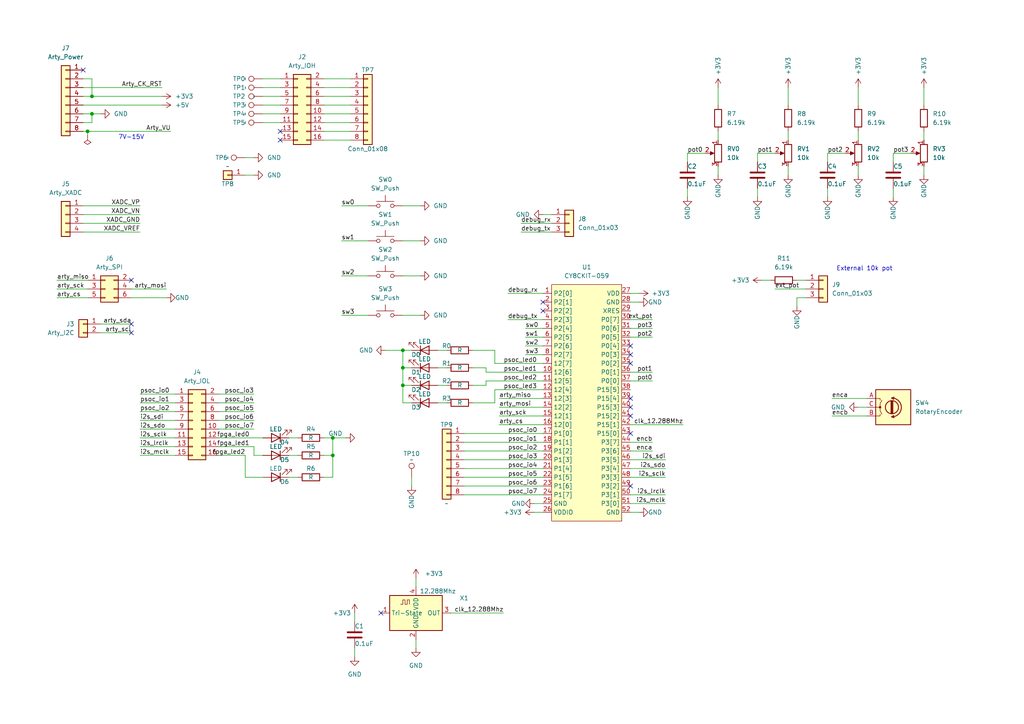
<source format=kicad_sch>
(kicad_sch (version 20211123) (generator eeschema)
  (paper "A4")
  (lib_symbols
    (symbol "Connector:TestPoint" (pin_numbers hide) (pin_names (offset 0.762) hide)
      (property "Reference" "TP" (at 0 6.858 0))
      (property "Value" "TestPoint" (at 0 5.08 0))
      (symbol "TestPoint_1_1"
        (pin passive line (at 0 0 90) (length 2.54) (name "1") (number "1"))
      )
    )
    (symbol "Connector_Generic:Conn_01x01" (pin_names (offset 1.016) hide)
      (property "Reference" "J" (at 0 2.54 0))
      (property "Value" "Conn_01x01" (at 0 -2.54 0))
      (symbol "Conn_01x01_1_1"
        (pin passive line (at -5.08 0 0) (length 3.81) (name "Pin_1") (number "1"))
      )
    )
    (symbol "Connector_Generic:Conn_01x02" (pin_names (offset 1.016) hide)
      (property "Reference" "J" (at 0 2.54 0))
      (property "Value" "Conn_01x02" (at 0 -5.08 0))
      (symbol "Conn_01x02_1_1"
        (pin passive line (at -5.08 0 0) (length 3.81) (name "Pin_1") (number "1"))
        (pin passive line (at -5.08 -2.54 0) (length 3.81) (name "Pin_2") (number "2"))
      )
    )
    (symbol "Connector_Generic:Conn_01x03" (pin_names (offset 1.016) hide)
      (property "Reference" "J" (at 0 5.08 0))
      (property "Value" "Conn_01x03" (at 0 -5.08 0))
      (symbol "Conn_01x03_1_1"
        (pin passive line (at -5.08 2.54 0) (length 3.81) (name "Pin_1") (number "1"))
        (pin passive line (at -5.08 0 0) (length 3.81) (name "Pin_2") (number "2"))
        (pin passive line (at -5.08 -2.54 0) (length 3.81) (name "Pin_3") (number "3"))
      )
    )
    (symbol "Connector_Generic:Conn_01x04" (pin_names (offset 1.016) hide)
      (property "Reference" "J" (at 0 5.08 0))
      (property "Value" "Conn_01x04" (at 0 -7.62 0))
      (symbol "Conn_01x04_1_1"
        (pin passive line (at -5.08 2.54 0) (length 3.81) (name "Pin_1") (number "1"))
        (pin passive line (at -5.08 0 0) (length 3.81) (name "Pin_2") (number "2"))
        (pin passive line (at -5.08 -2.54 0) (length 3.81) (name "Pin_3") (number "3"))
        (pin passive line (at -5.08 -5.08 0) (length 3.81) (name "Pin_4") (number "4"))
      )
    )
    (symbol "Connector_Generic:Conn_01x08" (pin_names (offset 1.016) hide)
      (property "Reference" "J" (at 0 10.16 0))
      (property "Value" "Conn_01x08" (at 0 -12.7 0))
      (symbol "Conn_01x08_1_1"
        (pin passive line (at -5.08 7.62 0) (length 3.81) (name "Pin_1") (number "1"))
        (pin passive line (at -5.08 5.08 0) (length 3.81) (name "Pin_2") (number "2"))
        (pin passive line (at -5.08 2.54 0) (length 3.81) (name "Pin_3") (number "3"))
        (pin passive line (at -5.08 0 0) (length 3.81) (name "Pin_4") (number "4"))
        (pin passive line (at -5.08 -2.54 0) (length 3.81) (name "Pin_5") (number "5"))
        (pin passive line (at -5.08 -5.08 0) (length 3.81) (name "Pin_6") (number "6"))
        (pin passive line (at -5.08 -7.62 0) (length 3.81) (name "Pin_7") (number "7"))
        (pin passive line (at -5.08 -10.16 0) (length 3.81) (name "Pin_8") (number "8"))
      )
    )
    (symbol "Connector_Generic:Conn_02x03_Odd_Even" (pin_names (offset 1.016) hide)
      (property "Reference" "J" (at 1.27 5.08 0))
      (property "Value" "Conn_02x03_Odd_Even" (at 1.27 -5.08 0))
      (symbol "Conn_02x03_Odd_Even_1_1"
        (pin passive line (at -5.08 2.54 0) (length 3.81) (name "Pin_1") (number "1"))
        (pin passive line (at 7.62 2.54 180) (length 3.81) (name "Pin_2") (number "2"))
        (pin passive line (at -5.08 0 0) (length 3.81) (name "Pin_3") (number "3"))
        (pin passive line (at 7.62 0 180) (length 3.81) (name "Pin_4") (number "4"))
        (pin passive line (at -5.08 -2.54 0) (length 3.81) (name "Pin_5") (number "5"))
        (pin passive line (at 7.62 -2.54 180) (length 3.81) (name "Pin_6") (number "6"))
      )
    )
    (symbol "Connector_Generic:Conn_02x06_Odd_Even" (pin_names (offset 1.016) hide)
      (property "Reference" "J" (at 1.27 7.62 0))
      (property "Value" "Conn_02x06_Odd_Even" (at 1.27 -10.16 0))
      (symbol "Conn_02x06_Odd_Even_1_1"
        (pin passive line (at -5.08 5.08 0) (length 3.81) (name "Pin_1") (number "1"))
        (pin passive line (at 7.62 -5.08 180) (length 3.81) (name "Pin_10") (number "10"))
        (pin passive line (at -5.08 -7.62 0) (length 3.81) (name "Pin_11") (number "11"))
        (pin passive line (at 7.62 -7.62 180) (length 3.81) (name "Pin_12") (number "12"))
        (pin passive line (at 7.62 5.08 180) (length 3.81) (name "Pin_2") (number "2"))
        (pin passive line (at -5.08 2.54 0) (length 3.81) (name "Pin_3") (number "3"))
        (pin passive line (at 7.62 2.54 180) (length 3.81) (name "Pin_4") (number "4"))
        (pin passive line (at -5.08 0 0) (length 3.81) (name "Pin_5") (number "5"))
        (pin passive line (at 7.62 0 180) (length 3.81) (name "Pin_6") (number "6"))
        (pin passive line (at -5.08 -2.54 0) (length 3.81) (name "Pin_7") (number "7"))
        (pin passive line (at 7.62 -2.54 180) (length 3.81) (name "Pin_8") (number "8"))
        (pin passive line (at -5.08 -5.08 0) (length 3.81) (name "Pin_9") (number "9"))
      )
    )
    (symbol "Connector_Generic:Conn_02x08_Odd_Even" (pin_names (offset 1.016) hide)
      (property "Reference" "J" (at 1.27 10.16 0))
      (property "Value" "Conn_02x08_Odd_Even" (at 1.27 -12.7 0))
      (symbol "Conn_02x08_Odd_Even_1_1"
        (pin passive line (at -5.08 7.62 0) (length 3.81) (name "Pin_1") (number "1"))
        (pin passive line (at 7.62 -2.54 180) (length 3.81) (name "Pin_10") (number "10"))
        (pin passive line (at -5.08 -5.08 0) (length 3.81) (name "Pin_11") (number "11"))
        (pin passive line (at 7.62 -5.08 180) (length 3.81) (name "Pin_12") (number "12"))
        (pin passive line (at -5.08 -7.62 0) (length 3.81) (name "Pin_13") (number "13"))
        (pin passive line (at 7.62 -7.62 180) (length 3.81) (name "Pin_14") (number "14"))
        (pin passive line (at -5.08 -10.16 0) (length 3.81) (name "Pin_15") (number "15"))
        (pin passive line (at 7.62 -10.16 180) (length 3.81) (name "Pin_16") (number "16"))
        (pin passive line (at 7.62 7.62 180) (length 3.81) (name "Pin_2") (number "2"))
        (pin passive line (at -5.08 5.08 0) (length 3.81) (name "Pin_3") (number "3"))
        (pin passive line (at 7.62 5.08 180) (length 3.81) (name "Pin_4") (number "4"))
        (pin passive line (at -5.08 2.54 0) (length 3.81) (name "Pin_5") (number "5"))
        (pin passive line (at 7.62 2.54 180) (length 3.81) (name "Pin_6") (number "6"))
        (pin passive line (at -5.08 0 0) (length 3.81) (name "Pin_7") (number "7"))
        (pin passive line (at 7.62 0 180) (length 3.81) (name "Pin_8") (number "8"))
        (pin passive line (at -5.08 -2.54 0) (length 3.81) (name "Pin_9") (number "9"))
      )
    )
    (symbol "Cypress_MCU:CY8CKIT-059"
      (property "Reference" "U" (at 8.89 35.56 0))
      (property "Value" "CY8CKIT-059" (at 0 35.56 0))
      (symbol "CY8CKIT-059_0_0"
        (pin bidirectional line (at -12.7 8.89 0) (length 2.54) (name "12[6]") (number "10"))
        (pin bidirectional line (at -12.7 6.35 0) (length 2.54) (name "12[5]") (number "11"))
        (pin bidirectional line (at -12.7 3.81 0) (length 2.54) (name "12[4]") (number "12"))
        (pin bidirectional line (at -12.7 1.27 0) (length 2.54) (name "12[3]") (number "13"))
        (pin bidirectional line (at -12.7 -1.27 0) (length 2.54) (name "12[2]") (number "14"))
        (pin bidirectional line (at -12.7 -3.81 0) (length 2.54) (name "12[1]") (number "15"))
        (pin bidirectional line (at -12.7 -6.35 0) (length 2.54) (name "12[0]") (number "16"))
        (pin bidirectional line (at -12.7 -8.89 0) (length 2.54) (name "P1[0]") (number "17"))
        (pin bidirectional line (at -12.7 -11.43 0) (length 2.54) (name "P1[1]") (number "18"))
        (pin bidirectional line (at -12.7 -13.97 0) (length 2.54) (name "P1[2]") (number "19"))
        (pin bidirectional line (at -12.7 29.21 0) (length 2.54) (name "P2[1]") (number "2"))
        (pin bidirectional line (at -12.7 -16.51 0) (length 2.54) (name "P1[3]") (number "20"))
        (pin bidirectional line (at -12.7 -19.05 0) (length 2.54) (name "P1[4]") (number "21"))
        (pin bidirectional line (at -12.7 -21.59 0) (length 2.54) (name "P1[5]") (number "22"))
        (pin bidirectional line (at -12.7 -24.13 0) (length 2.54) (name "P1[6]") (number "23"))
        (pin bidirectional line (at -12.7 -26.67 0) (length 2.54) (name "P1[7]") (number "24"))
        (pin power_in line (at -12.7 -29.21 0) (length 2.54) (name "GND") (number "25"))
        (pin power_in line (at -12.7 -31.75 0) (length 2.54) (name "VDDIO") (number "26"))
        (pin power_in line (at 12.7 31.75 180) (length 2.54) (name "VDD") (number "27"))
        (pin power_in line (at 12.7 29.21 180) (length 2.54) (name "GND") (number "28"))
        (pin input line (at 12.7 26.67 180) (length 2.54) (name "XRES") (number "29"))
        (pin bidirectional line (at -12.7 26.67 0) (length 2.54) (name "P2[2]") (number "3"))
        (pin bidirectional line (at 12.7 24.13 180) (length 2.54) (name "P0[7]") (number "30"))
        (pin bidirectional line (at 12.7 21.59 180) (length 2.54) (name "P0[6]") (number "31"))
        (pin bidirectional line (at 12.7 19.05 180) (length 2.54) (name "P0[5]") (number "32"))
        (pin bidirectional line (at 12.7 16.51 180) (length 2.54) (name "P0[4]") (number "33"))
        (pin bidirectional line (at 12.7 13.97 180) (length 2.54) (name "P0[3]") (number "34"))
        (pin bidirectional line (at 12.7 11.43 180) (length 2.54) (name "P0[2]") (number "35"))
        (pin bidirectional line (at 12.7 8.89 180) (length 2.54) (name "P0[1]") (number "36"))
        (pin bidirectional line (at 12.7 6.35 180) (length 2.54) (name "P0[0]") (number "37"))
        (pin bidirectional line (at 12.7 3.81 180) (length 2.54) (name "P15[5]") (number "38"))
        (pin bidirectional line (at 12.7 1.27 180) (length 2.54) (name "P15[4]") (number "39"))
        (pin bidirectional line (at -12.7 24.13 0) (length 2.54) (name "P2[3]") (number "4"))
        (pin bidirectional line (at 12.7 -1.27 180) (length 2.54) (name "P15[3]") (number "40"))
        (pin bidirectional line (at 12.7 -3.81 180) (length 2.54) (name "P15[2]") (number "41"))
        (pin bidirectional line (at 12.7 -6.35 180) (length 2.54) (name "P15[1]") (number "42"))
        (pin bidirectional line (at 12.7 -8.89 180) (length 2.54) (name "P15[0]") (number "43"))
        (pin bidirectional line (at 12.7 -11.43 180) (length 2.54) (name "P3[7]") (number "44"))
        (pin bidirectional line (at 12.7 -13.97 180) (length 2.54) (name "P3[6]") (number "45"))
        (pin bidirectional line (at 12.7 -16.51 180) (length 2.54) (name "P3[5]") (number "46"))
        (pin bidirectional line (at 12.7 -19.05 180) (length 2.54) (name "P3[4]") (number "47"))
        (pin bidirectional line (at 12.7 -21.59 180) (length 2.54) (name "P3[3]") (number "48"))
        (pin bidirectional line (at 12.7 -24.13 180) (length 2.54) (name "P3[2]") (number "49"))
        (pin bidirectional line (at -12.7 21.59 0) (length 2.54) (name "P2[4]") (number "5"))
        (pin bidirectional line (at 12.7 -26.67 180) (length 2.54) (name "P3[1]") (number "50"))
        (pin bidirectional line (at 12.7 -29.21 180) (length 2.54) (name "P3[0]") (number "51"))
        (pin power_in line (at 12.7 -31.75 180) (length 2.54) (name "GND") (number "52"))
        (pin bidirectional line (at -12.7 19.05 0) (length 2.54) (name "P2[5]") (number "6"))
        (pin bidirectional line (at -12.7 16.51 0) (length 2.54) (name "P2[6]") (number "7"))
        (pin bidirectional line (at -12.7 13.97 0) (length 2.54) (name "P2[7]") (number "8"))
        (pin bidirectional line (at -12.7 11.43 0) (length 2.54) (name "12[7]") (number "9"))
      )
      (symbol "CY8CKIT-059_1_1"
        (pin bidirectional line (at -12.7 31.75 0) (length 2.54) (name "P2[0]") (number "1"))
      )
    )
    (symbol "Device:C" (pin_numbers hide) (pin_names (offset 0.254))
      (property "Reference" "C" (at 0.635 2.54 0))
      (property "Value" "C" (at 0.635 -2.54 0))
      (symbol "C_1_1"
        (pin passive line (at 0 3.81 270) (length 2.794) (name "~") (number "1"))
        (pin passive line (at 0 -3.81 90) (length 2.794) (name "~") (number "2"))
      )
    )
    (symbol "Device:LED" (pin_numbers hide) (pin_names (offset 1.016) hide)
      (property "Reference" "D" (at 0 2.54 0))
      (property "Value" "LED" (at 0 -2.54 0))
      (symbol "LED_1_1"
        (pin passive line (at -3.81 0 0) (length 2.54) (name "K") (number "1"))
        (pin passive line (at 3.81 0 180) (length 2.54) (name "A") (number "2"))
      )
    )
    (symbol "Device:R" (pin_numbers hide) (pin_names (offset 0))
      (property "Reference" "R" (at 2.032 0 90))
      (property "Value" "R" (at 0 0 90))
      (symbol "R_1_1"
        (pin passive line (at 0 3.81 270) (length 1.27) (name "~") (number "1"))
        (pin passive line (at 0 -3.81 90) (length 1.27) (name "~") (number "2"))
      )
    )
    (symbol "Device:R_Potentiometer" (pin_names (offset 1.016) hide)
      (property "Reference" "RV" (at -4.445 0 90))
      (property "Value" "R_Potentiometer" (at -2.54 0 90))
      (symbol "R_Potentiometer_1_1"
        (pin passive line (at 0 3.81 270) (length 1.27) (name "1") (number "1"))
        (pin passive line (at 3.81 0 180) (length 1.27) (name "2") (number "2"))
        (pin passive line (at 0 -3.81 90) (length 1.27) (name "3") (number "3"))
      )
    )
    (symbol "Device:RotaryEncoder" (pin_names (offset 0.254) hide)
      (property "Reference" "SW" (at 0 6.604 0))
      (property "Value" "RotaryEncoder" (at 0 -6.604 0))
      (symbol "RotaryEncoder_1_1"
        (pin passive line (at -7.62 2.54 0) (length 2.54) (name "A") (number "A"))
        (pin passive line (at -7.62 -2.54 0) (length 2.54) (name "B") (number "B"))
        (pin passive line (at -7.62 0 0) (length 2.54) (name "C") (number "C"))
      )
    )
    (symbol "Oscillator:ECS-2520MV-xxx-xx"
      (property "Reference" "X" (at -5.08 6.35 0))
      (property "Value" "ECS-2520MV-xxx-xx" (at 1.27 -6.35 0))
      (symbol "ECS-2520MV-xxx-xx_1_1"
        (pin input line (at -10.16 0 0) (length 2.54) (name "Tri-State") (number "1"))
        (pin power_in line (at 0 -7.62 90) (length 2.54) (name "GND") (number "2"))
        (pin output line (at 10.16 0 180) (length 2.54) (name "OUT") (number "3"))
        (pin power_in line (at 0 7.62 270) (length 2.54) (name "VDD") (number "4"))
      )
    )
    (symbol "Switch:SW_Push" (pin_numbers hide) (pin_names (offset 1.016) hide)
      (property "Reference" "SW" (at 1.27 2.54 0))
      (property "Value" "SW_Push" (at 0 -1.524 0))
      (symbol "SW_Push_0_1"
        (pin passive line (at -5.08 0 0) (length 2.54) (name "1") (number "1"))
        (pin passive line (at 5.08 0 180) (length 2.54) (name "2") (number "2"))
      )
    )
    (symbol "power:+3.3V" (power) (pin_names (offset 0))
      (property "Value" "+3.3V" (at 0 3.556 0))
      (symbol "+3.3V_1_1"
        (pin power_in line (at 0 0 90) (length 0) hide (name "+3V3") (number "1"))
      )
    )
    (symbol "power:+5V" (power) (pin_names (offset 0))
      (property "Value" "+5V" (at 0 3.556 0))
      (symbol "+5V_1_1"
        (pin power_in line (at 0 0 90) (length 0) hide (name "+5V") (number "1"))
      )
    )
    (symbol "power:GND" (power) (pin_names (offset 0))
      (property "Value" "GND" (at 0 -3.81 0))
      (symbol "GND_1_1"
        (pin power_in line (at 0 0 270) (length 0) hide (name "GND") (number "1"))
      )
    )
    (symbol "power:PWR_FLAG" (power) (pin_numbers hide) (pin_names (offset 0) hide)
      (property "Value" "PWR_FLAG" (at 0 3.81 0))
      (symbol "PWR_FLAG_0_0"
        (pin power_out line (at 0 0 90) (length 0) (name "pwr") (number "1"))
      )
    )
  )
  (junction (at 25.4 38.1))
  (junction (at 26.67 33.02))
  (junction (at 116.84 106.68))
  (junction (at 96.52 132.08))
  (junction (at 96.52 127))
  (junction (at 26.67 27.94))
  (junction (at 116.84 111.76))
  (junction (at 116.84 101.6))
  (no_connect (at 157.48 87.63))
  (no_connect (at 157.48 90.17))
  (no_connect (at 182.88 105.41))
  (no_connect (at 182.88 102.87))
  (no_connect (at 182.88 100.33))
  (no_connect (at 182.88 125.73))
  (no_connect (at 38.1 93.98))
  (no_connect (at 38.1 96.52))
  (no_connect (at 110.49 177.8))
  (no_connect (at 8.89 -19.05))
  (no_connect (at 8.89 -16.51))
  (no_connect (at 8.89 -13.97))
  (no_connect (at 8.89 -11.43))
  (no_connect (at 8.89 -8.89))
  (no_connect (at 8.89 -6.35))
  (no_connect (at 21.59 -6.35))
  (no_connect (at 21.59 -8.89))
  (no_connect (at 21.59 -11.43))
  (no_connect (at 21.59 -13.97))
  (no_connect (at 21.59 -16.51))
  (no_connect (at 21.59 -19.05))
  (no_connect (at 38.1 81.28))
  (no_connect (at 182.88 120.65))
  (no_connect (at 182.88 118.11))
  (no_connect (at 182.88 115.57))
  (no_connect (at 81.28 38.1))
  (no_connect (at 81.28 40.64))
  (no_connect (at 182.88 140.97))
  (no_connect (at 24.13 20.32))
  (wire (pts (xy 63.5 127) (xy 76.2 127)))
  (wire (pts (xy 228.6 25.4) (xy 228.6 30.48)))
  (wire (pts (xy 219.71 44.45) (xy 224.79 44.45)))
  (wire (pts (xy 152.4 97.79) (xy 157.48 97.79)))
  (wire (pts (xy 231.14 81.28) (xy 233.68 81.28)))
  (wire (pts (xy 127 111.76) (xy 129.54 111.76)))
  (wire (pts (xy 40.64 116.84) (xy 50.8 116.84)))
  (wire (pts (xy 38.1 96.52) (xy 29.21 96.52)))
  (wire (pts (xy 63.5 116.84) (xy 73.66 116.84)))
  (wire (pts (xy 73.66 132.08) (xy 76.2 132.08)))
  (wire (pts (xy 134.62 140.97) (xy 157.48 140.97)))
  (wire (pts (xy 24.13 25.4) (xy 46.99 25.4)))
  (wire (pts (xy 248.92 25.4) (xy 248.92 30.48)))
  (wire (pts (xy 182.88 143.51) (xy 193.04 143.51)))
  (wire (pts (xy 120.65 185.42) (xy 120.65 187.96)))
  (wire (pts (xy 241.3 120.65) (xy 251.46 120.65)))
  (wire (pts (xy 228.6 48.26) (xy 228.6 50.8)))
  (wire (pts (xy 182.88 133.35) (xy 193.04 133.35)))
  (wire (pts (xy 50.8 124.46) (xy 40.64 124.46)))
  (wire (pts (xy 144.78 118.11) (xy 157.48 118.11)))
  (wire (pts (xy 38.1 83.82) (xy 48.26 83.82)))
  (wire (pts (xy 151.13 67.31) (xy 160.02 67.31)))
  (wire (pts (xy 102.87 187.96) (xy 102.87 190.5)))
  (wire (pts (xy 83.82 127) (xy 86.36 127)))
  (wire (pts (xy 220.98 81.28) (xy 223.52 81.28)))
  (wire (pts (xy 120.65 167.64) (xy 120.65 170.18)))
  (wire (pts (xy 63.5 114.3) (xy 73.66 114.3)))
  (wire (pts (xy 116.84 101.6) (xy 119.38 101.6)))
  (wire (pts (xy 248.92 48.26) (xy 248.92 50.8)))
  (wire (pts (xy 16.51 86.36) (xy 25.4 86.36)))
  (wire (pts (xy 16.51 83.82) (xy 25.4 83.82)))
  (wire (pts (xy 116.84 69.85) (xy 121.92 69.85)))
  (wire (pts (xy 24.13 59.69) (xy 40.64 59.69)))
  (wire (pts (xy 26.67 33.02) (xy 26.67 35.56)))
  (wire (pts (xy 93.98 38.1) (xy 101.6 38.1)))
  (wire (pts (xy 71.12 138.43) (xy 76.2 138.43)))
  (wire (pts (xy 116.84 106.68) (xy 116.84 111.76)))
  (wire (pts (xy 182.88 87.63) (xy 185.42 87.63)))
  (wire (pts (xy 50.8 121.92) (xy 40.64 121.92)))
  (wire (pts (xy 76.2 25.4) (xy 81.28 25.4)))
  (wire (pts (xy 96.52 138.43) (xy 96.52 132.08)))
  (wire (pts (xy 116.84 59.69) (xy 121.92 59.69)))
  (wire (pts (xy 143.51 101.6) (xy 143.51 105.41)))
  (wire (pts (xy 76.2 22.86) (xy 81.28 22.86)))
  (wire (pts (xy 93.98 22.86) (xy 101.6 22.86)))
  (wire (pts (xy 130.81 177.8) (xy 146.05 177.8)))
  (wire (pts (xy 71.12 132.08) (xy 71.12 138.43)))
  (wire (pts (xy 219.71 54.61) (xy 219.71 57.15)))
  (wire (pts (xy 143.51 105.41) (xy 157.48 105.41)))
  (wire (pts (xy 182.88 138.43) (xy 193.04 138.43)))
  (wire (pts (xy 127 106.68) (xy 129.54 106.68)))
  (wire (pts (xy 182.88 107.95) (xy 189.23 107.95)))
  (wire (pts (xy 24.13 30.48) (xy 46.99 30.48)))
  (wire (pts (xy 16.51 81.28) (xy 25.4 81.28)))
  (wire (pts (xy 93.98 127) (xy 96.52 127)))
  (wire (pts (xy 24.13 38.1) (xy 25.4 38.1)))
  (wire (pts (xy 63.5 132.08) (xy 71.12 132.08)))
  (wire (pts (xy 208.28 48.26) (xy 208.28 50.8)))
  (wire (pts (xy 106.68 69.85) (xy 99.06 69.85)))
  (wire (pts (xy 38.1 93.98) (xy 29.21 93.98)))
  (wire (pts (xy 152.4 95.25) (xy 157.48 95.25)))
  (wire (pts (xy 182.88 146.05) (xy 193.04 146.05)))
  (wire (pts (xy 140.97 111.76) (xy 140.97 110.49)))
  (wire (pts (xy 154.94 148.59) (xy 157.48 148.59)))
  (wire (pts (xy 93.98 33.02) (xy 101.6 33.02)))
  (wire (pts (xy 228.6 38.1) (xy 228.6 40.64)))
  (wire (pts (xy 182.88 135.89) (xy 193.04 135.89)))
  (wire (pts (xy 63.5 119.38) (xy 73.66 119.38)))
  (wire (pts (xy 119.38 106.68) (xy 116.84 106.68)))
  (wire (pts (xy 116.84 80.01) (xy 121.92 80.01)))
  (wire (pts (xy 96.52 132.08) (xy 96.52 127)))
  (wire (pts (xy 241.3 115.57) (xy 251.46 115.57)))
  (wire (pts (xy 71.12 50.8) (xy 73.66 50.8)))
  (wire (pts (xy 93.98 27.94) (xy 101.6 27.94)))
  (wire (pts (xy 199.39 44.45) (xy 204.47 44.45)))
  (wire (pts (xy 50.8 127) (xy 40.64 127)))
  (wire (pts (xy 93.98 25.4) (xy 101.6 25.4)))
  (wire (pts (xy 248.92 38.1) (xy 248.92 40.64)))
  (wire (pts (xy 96.52 127) (xy 100.33 127)))
  (wire (pts (xy 24.13 35.56) (xy 26.67 35.56)))
  (wire (pts (xy 26.67 22.86) (xy 26.67 27.94)))
  (wire (pts (xy 154.94 146.05) (xy 157.48 146.05)))
  (wire (pts (xy 208.28 38.1) (xy 208.28 40.64)))
  (wire (pts (xy 267.97 48.26) (xy 267.97 50.8)))
  (wire (pts (xy 259.08 44.45) (xy 259.08 46.99)))
  (wire (pts (xy 24.13 62.23) (xy 40.64 62.23)))
  (wire (pts (xy 140.97 110.49) (xy 157.48 110.49)))
  (wire (pts (xy 219.71 44.45) (xy 219.71 46.99)))
  (wire (pts (xy 93.98 138.43) (xy 96.52 138.43)))
  (wire (pts (xy 93.98 35.56) (xy 101.6 35.56)))
  (wire (pts (xy 127 101.6) (xy 129.54 101.6)))
  (wire (pts (xy 134.62 133.35) (xy 157.48 133.35)))
  (wire (pts (xy 224.79 83.82) (xy 233.68 83.82)))
  (wire (pts (xy 119.38 138.43) (xy 119.38 140.97)))
  (wire (pts (xy 116.84 111.76) (xy 116.84 116.84)))
  (wire (pts (xy 63.5 129.54) (xy 73.66 129.54)))
  (wire (pts (xy 267.97 38.1) (xy 267.97 40.64)))
  (wire (pts (xy 143.51 113.03) (xy 157.48 113.03)))
  (wire (pts (xy 93.98 132.08) (xy 96.52 132.08)))
  (wire (pts (xy 199.39 54.61) (xy 199.39 57.15)))
  (wire (pts (xy 50.8 132.08) (xy 40.64 132.08)))
  (wire (pts (xy 50.8 129.54) (xy 40.64 129.54)))
  (wire (pts (xy 182.88 123.19) (xy 198.12 123.19)))
  (wire (pts (xy 137.16 116.84) (xy 143.51 116.84)))
  (wire (pts (xy 182.88 97.79) (xy 189.23 97.79)))
  (wire (pts (xy 102.87 177.8) (xy 102.87 180.34)))
  (wire (pts (xy 259.08 54.61) (xy 259.08 57.15)))
  (wire (pts (xy 24.13 64.77) (xy 40.64 64.77)))
  (wire (pts (xy 147.32 92.71) (xy 157.48 92.71)))
  (wire (pts (xy 38.1 86.36) (xy 48.26 86.36)))
  (wire (pts (xy 26.67 27.94) (xy 46.99 27.94)))
  (wire (pts (xy 199.39 44.45) (xy 199.39 46.99)))
  (wire (pts (xy 134.62 138.43) (xy 157.48 138.43)))
  (wire (pts (xy 267.97 25.4) (xy 267.97 30.48)))
  (wire (pts (xy 182.88 95.25) (xy 189.23 95.25)))
  (wire (pts (xy 240.03 44.45) (xy 240.03 46.99)))
  (wire (pts (xy 140.97 106.68) (xy 140.97 107.95)))
  (wire (pts (xy 76.2 33.02) (xy 81.28 33.02)))
  (wire (pts (xy 134.62 125.73) (xy 157.48 125.73)))
  (wire (pts (xy 63.5 121.92) (xy 73.66 121.92)))
  (wire (pts (xy 144.78 120.65) (xy 157.48 120.65)))
  (wire (pts (xy 208.28 25.4) (xy 208.28 30.48)))
  (wire (pts (xy 76.2 27.94) (xy 81.28 27.94)))
  (wire (pts (xy 116.84 106.68) (xy 116.84 101.6)))
  (wire (pts (xy 182.88 92.71) (xy 189.23 92.71)))
  (wire (pts (xy 26.67 33.02) (xy 24.13 33.02)))
  (wire (pts (xy 24.13 67.31) (xy 40.64 67.31)))
  (wire (pts (xy 111.76 101.6) (xy 116.84 101.6)))
  (wire (pts (xy 93.98 30.48) (xy 101.6 30.48)))
  (wire (pts (xy 25.4 38.1) (xy 49.53 38.1)))
  (wire (pts (xy 147.32 85.09) (xy 157.48 85.09)))
  (wire (pts (xy 134.62 143.51) (xy 157.48 143.51)))
  (wire (pts (xy 127 116.84) (xy 129.54 116.84)))
  (wire (pts (xy 240.03 44.45) (xy 245.11 44.45)))
  (wire (pts (xy 182.88 110.49) (xy 189.23 110.49)))
  (wire (pts (xy 134.62 135.89) (xy 157.48 135.89)))
  (wire (pts (xy 137.16 111.76) (xy 140.97 111.76)))
  (wire (pts (xy 40.64 114.3) (xy 50.8 114.3)))
  (wire (pts (xy 248.92 118.11) (xy 251.46 118.11)))
  (wire (pts (xy 29.21 33.02) (xy 26.67 33.02)))
  (wire (pts (xy 83.82 138.43) (xy 86.36 138.43)))
  (wire (pts (xy 73.66 129.54) (xy 73.66 132.08)))
  (wire (pts (xy 259.08 44.45) (xy 264.16 44.45)))
  (wire (pts (xy 76.2 30.48) (xy 81.28 30.48)))
  (wire (pts (xy 152.4 100.33) (xy 157.48 100.33)))
  (wire (pts (xy 116.84 116.84) (xy 119.38 116.84)))
  (wire (pts (xy 182.88 130.81) (xy 189.23 130.81)))
  (wire (pts (xy 140.97 107.95) (xy 157.48 107.95)))
  (wire (pts (xy 144.78 123.19) (xy 157.48 123.19)))
  (wire (pts (xy 24.13 27.94) (xy 26.67 27.94)))
  (wire (pts (xy 116.84 111.76) (xy 119.38 111.76)))
  (wire (pts (xy 83.82 132.08) (xy 86.36 132.08)))
  (wire (pts (xy 182.88 148.59) (xy 185.42 148.59)))
  (wire (pts (xy 134.62 128.27) (xy 157.48 128.27)))
  (wire (pts (xy 240.03 54.61) (xy 240.03 57.15)))
  (wire (pts (xy 182.88 85.09) (xy 185.42 85.09)))
  (wire (pts (xy 231.14 86.36) (xy 233.68 86.36)))
  (wire (pts (xy 106.68 91.44) (xy 99.06 91.44)))
  (wire (pts (xy 231.14 88.9) (xy 231.14 86.36)))
  (wire (pts (xy 40.64 119.38) (xy 50.8 119.38)))
  (wire (pts (xy 152.4 102.87) (xy 157.48 102.87)))
  (wire (pts (xy 25.4 38.1) (xy 25.4 39.37)))
  (wire (pts (xy 106.68 59.69) (xy 99.06 59.69)))
  (wire (pts (xy 151.13 64.77) (xy 160.02 64.77)))
  (wire (pts (xy 137.16 101.6) (xy 143.51 101.6)))
  (wire (pts (xy 143.51 116.84) (xy 143.51 113.03)))
  (wire (pts (xy 144.78 115.57) (xy 157.48 115.57)))
  (wire (pts (xy 134.62 130.81) (xy 157.48 130.81)))
  (wire (pts (xy 157.48 62.23) (xy 160.02 62.23)))
  (wire (pts (xy 24.13 22.86) (xy 26.67 22.86)))
  (wire (pts (xy 116.84 91.44) (xy 121.92 91.44)))
  (wire (pts (xy 182.88 128.27) (xy 189.23 128.27)))
  (wire (pts (xy 71.12 45.72) (xy 73.66 45.72)))
  (wire (pts (xy 63.5 124.46) (xy 73.66 124.46)))
  (wire (pts (xy 93.98 40.64) (xy 101.6 40.64)))
  (wire (pts (xy 106.68 80.01) (xy 99.06 80.01)))
  (wire (pts (xy 137.16 106.68) (xy 140.97 106.68)))
  (wire (pts (xy 76.2 35.56) (xy 81.28 35.56)))
  (text "7V-15V" (at 34.29 40.64 0) (effects (font (size 1.27 1.27)) (justify left bottom)))
  (text "External 10k pot" (at 242.57 78.74 0) (effects (font (size 1.27 1.27)) (justify left bottom)))
  (label "debug_tx" (at 147.32 92.71 0))
  (label "sw2" (at 152.4 100.33 0))
  (label "XADC_GND" (at 40.64 64.77 180))
  (label "XADC_VREF" (at 40.64 67.31 180))
  (label "psoc_io6" (at 73.66 121.92 180))
  (label "arty_miso" (at 16.51 81.28 0))
  (label "i2s_sclk" (at 193.04 138.43 180))
  (label "arty_sda" (at 38.1 93.98 180))
  (label "psoc_io3" (at 73.66 114.3 180))
  (label "sw1" (at 152.4 97.79 0))
  (label "sw3" (at 152.4 102.87 0))
  (label "pot2" (at 189.23 97.79 180))
  (label "pot1" (at 189.23 107.95 180))
  (label "pot3" (at 259.08 44.45 0))
  (label "psoc_io6" (at 147.32 140.97 0))
  (label "fpga_led0" (at 72.39 127 180))
  (label "psoc_io0" (at 40.64 114.3 0))
  (label "arty_cs" (at 16.51 86.36 0))
  (label "i2s_mclk" (at 193.04 146.05 180))
  (label "arty_sck" (at 16.51 83.82 0))
  (label "arty_cs" (at 144.78 123.19 0))
  (label "i2s_lrclk" (at 193.04 143.51 180))
  (label "sw1" (at 99.06 69.85 0))
  (label "psoc_io7" (at 147.32 143.51 0))
  (label "psoc_led0" (at 146.05 105.41 0))
  (label "arty_miso" (at 144.78 115.57 0))
  (label "pot3" (at 189.23 95.25 180))
  (label "fpga_led1" (at 72.39 129.54 180))
  (label "i2s_sdi" (at 40.64 121.92 0))
  (label "pot0" (at 199.39 44.45 0))
  (label "encb" (at 189.23 128.27 180))
  (label "pot2" (at 240.03 44.45 0))
  (label "sw2" (at 99.06 80.01 0))
  (label "i2s_lrclk" (at 40.64 129.54 0))
  (label "encb" (at 241.3 120.65 0))
  (label "ext_pot" (at 224.79 83.82 0))
  (label "clk_12.288Mhz" (at 198.12 123.19 180))
  (label "enca" (at 189.23 130.81 180))
  (label "i2s_mclk" (at 40.64 132.08 0))
  (label "enca" (at 241.3 115.57 0))
  (label "i2s_sdo" (at 40.64 124.46 0))
  (label "XADC_VP" (at 40.64 59.69 180))
  (label "arty_scl" (at 38.1 96.52 180))
  (label "Arty_CK_RST" (at 46.99 25.4 180))
  (label "debug_rx" (at 147.32 85.09 0))
  (label "psoc_io3" (at 147.32 133.35 0))
  (label "pot1" (at 219.71 44.45 0))
  (label "psoc_io7" (at 73.66 124.46 180))
  (label "sw0" (at 99.06 59.69 0))
  (label "arty_sck" (at 144.78 120.65 0))
  (label "psoc_io2" (at 40.64 119.38 0))
  (label "psoc_io4" (at 73.66 116.84 180))
  (label "psoc_led1" (at 146.05 107.95 0))
  (label "psoc_io1" (at 40.64 116.84 0))
  (label "psoc_led2" (at 146.05 110.49 0))
  (label "ext_pot" (at 189.23 92.71 180))
  (label "Arty_VU" (at 49.53 38.1 180))
  (label "psoc_io2" (at 147.32 130.81 0))
  (label "i2s_sdo" (at 193.04 135.89 180))
  (label "i2s_sdi" (at 193.04 133.35 180))
  (label "clk_12.288Mhz" (at 146.05 177.8 180))
  (label "debug_tx" (at 151.13 67.31 0))
  (label "psoc_io0" (at 147.32 125.73 0))
  (label "psoc_io1" (at 147.32 128.27 0))
  (label "psoc_io5" (at 147.32 138.43 0))
  (label "sw3" (at 99.06 91.44 0))
  (label "sw0" (at 152.4 95.25 0))
  (label "XADC_VN" (at 40.64 62.23 180))
  (label "pot0" (at 189.23 110.49 180))
  (label "i2s_sclk" (at 40.64 127 0))
  (label "debug_rx" (at 151.13 64.77 0))
  (label "psoc_io4" (at 147.32 135.89 0))
  (label "psoc_io5" (at 73.66 119.38 180))
  (label "fpga_led2" (at 71.12 132.08 180))
  (label "arty_mosi" (at 144.78 118.11 0))
  (label "psoc_led3" (at 146.05 113.03 0))
  (label "arty_mosi" (at 48.26 83.82 180))
  (symbol (lib_id "Connector:TestPoint") (at 71.12 45.72 90) (unit 1)
    (property "Reference" "TP6" (at 64.262 45.72 90))
    (property "Value" "~" (at 66.04 45.72 0))
    (property "Footprint" "TestPoint:TestPoint_Keystone_5019_Minature" (effects hide))
  )
  (symbol (lib_id "power:+5V") (at 46.99 30.48 270) (unit 1)
    (property "Reference" "#PWR0102" (effects hide))
    (property "Value" "+5V" (at 50.8 30.4799 90) (effects (justify left)))
  )
  (symbol (lib_id "power:GND") (at 111.76 101.6 270) (unit 1)
    (property "Reference" "#PWR0101" (effects hide))
    (property "Value" "GND" (at 104.14 101.6 90) (effects (justify left)))
  )
  (symbol (lib_id "Switch:SW_Push") (at 111.76 69.85 0) (unit 1)
    (property "Reference" "SW1" (at 111.76 62.23 0))
    (property "Value" "SW_Push" (at 111.76 64.77 0))
    (property "Footprint" "Button_Switch_THT:SW_PUSH-12mm_Wuerth-430476085716" (effects hide))
  )
  (symbol (lib_id "Device:R") (at 90.17 127 90) (unit 1)
    (property "Reference" "R4" (at 90.17 124.46 90))
    (property "Value" "R" (at 90.17 127 90))
    (property "Footprint" "Resistor_SMD:R_0603_1608Metric_Pad0.98x0.95mm_HandSolder" (effects hide))
  )
  (symbol (lib_id "Connector_Generic:Conn_02x08_Odd_Even") (at 55.88 121.92 0) (unit 1)
    (property "Reference" "J4" (at 57.15 107.95 0))
    (property "Value" "Arty_IOL" (at 57.15 110.49 0))
    (property "Footprint" "Connector_PinHeader_2.54mm:PinHeader_2x08_P2.54mm_Vertical" (effects hide))
  )
  (symbol (lib_id "power:GND") (at 121.92 69.85 90) (unit 1)
    (property "Reference" "#PWR0113" (effects hide))
    (property "Value" "GND" (at 125.73 69.85 90) (effects (justify right)))
  )
  (symbol (lib_id "Connector_Generic:Conn_02x03_Odd_Even") (at 30.48 83.82 0) (unit 1)
    (property "Reference" "J6" (at 31.75 74.93 0))
    (property "Value" "Arty_SPI" (at 31.75 77.47 0))
    (property "Footprint" "Connector_PinHeader_2.54mm:PinHeader_2x03_P2.54mm_Vertical" (effects hide))
  )
  (symbol (lib_id "Oscillator:ECS-2520MV-xxx-xx") (at 120.65 177.8 0) (unit 1)
    (property "Reference" "X1" (at 134.62 173.4693 0))
    (property "Value" "12.288Mhz" (at 127 171.45 0))
    (property "Footprint" "Oscillator:Oscillator_SMD_ECS_2520MV-xxx-xx-4Pin_2.5x2.0mm" (effects hide))
    (property "Datasheet" "https://www.ecsxtal.com/store/pdf/ECS-2520MV.pdf" (effects hide))
  )
  (symbol (lib_id "power:GND") (at 121.92 80.01 90) (unit 1)
    (property "Reference" "#PWR0114" (effects hide))
    (property "Value" "GND" (at 125.73 80.01 90) (effects (justify right)))
  )
  (symbol (lib_id "Connector_Generic:Conn_02x06_Odd_Even") (at 13.97 -13.97 0) (unit 1)
    (property "Reference" "J1" (at 15.24 -25.4 0))
    (property "Value" "Arty_Analog" (at 15.24 -22.86 0))
    (property "Footprint" "Connector_PinHeader_2.54mm:PinHeader_2x06_P2.54mm_Vertical" (effects hide))
  )
  (symbol (lib_id "power:GND") (at 100.33 127 90) (unit 1)
    (property "Reference" "#PWR0110" (effects hide))
    (property "Value" "GND" (at 95.25 125.73 90) (effects (justify right)))
  )
  (symbol (lib_id "power:GND") (at 119.38 140.97 0) (mirror y) (unit 1)
    (property "Reference" "#PWR0111" (effects hide))
    (property "Value" "GND" (at 119.38 143.51 90) (effects (justify right)))
  )
  (symbol (lib_id "Device:R") (at 133.35 111.76 90) (unit 1)
    (property "Reference" "R2" (at 129.54 110.49 90))
    (property "Value" "R" (at 133.35 111.76 90))
    (property "Footprint" "Resistor_SMD:R_0603_1608Metric_Pad0.98x0.95mm_HandSolder" (effects hide))
  )
  (symbol (lib_id "Device:R_Potentiometer") (at 267.97 44.45 0) (mirror y) (unit 1)
    (property "Reference" "RV3" (at 270.51 43.1799 0) (effects (justify right)))
    (property "Value" "10k" (at 270.51 45.7199 0) (effects (justify right)))
    (property "Footprint" "Potentiometer_THT:Potentiometer_Bourns_PTV09A-1_Single_Vertical" (effects hide))
  )
  (symbol (lib_id "Device:LED") (at 123.19 111.76 0) (mirror x) (unit 1)
    (property "Reference" "D2" (at 120.65 113.03 0))
    (property "Value" "LED" (at 123.19 109.22 0))
    (property "Footprint" "LED_SMD:LED_0603_1608Metric_Pad1.05x0.95mm_HandSolder" (effects hide))
  )
  (symbol (lib_id "power:GND") (at 102.87 190.5 0) (unit 1)
    (property "Reference" "#PWR0109" (effects hide))
    (property "Value" "GND" (at 102.87 195.58 0))
  )
  (symbol (lib_id "power:GND") (at 228.6 50.8 0) (unit 1)
    (property "Reference" "#PWR0131" (effects hide))
    (property "Value" "GND" (at 228.6 53.34 90) (effects (justify right)))
  )
  (symbol (lib_id "power:GND") (at 185.42 87.63 90) (unit 1)
    (property "Reference" "#PWR0121" (effects hide))
    (property "Value" "GND" (at 187.96 87.63 90) (effects (justify right)))
  )
  (symbol (lib_id "power:+3.3V") (at 185.42 85.09 270) (mirror x) (unit 1)
    (property "Reference" "#PWR0120" (effects hide))
    (property "Value" "+3.3V" (at 194.31 85.09 90) (effects (justify right)))
  )
  (symbol (lib_id "Device:R") (at 228.6 34.29 0) (unit 1)
    (property "Reference" "R8" (at 231.14 33.0199 0) (effects (justify left)))
    (property "Value" "6.19k" (at 231.14 35.56 0) (effects (justify left)))
    (property "Footprint" "Resistor_SMD:R_0603_1608Metric_Pad0.98x0.95mm_HandSolder" (effects hide))
  )
  (symbol (lib_id "Device:R") (at 208.28 34.29 0) (unit 1)
    (property "Reference" "R7" (at 210.82 33.0199 0) (effects (justify left)))
    (property "Value" "6.19k" (at 210.82 35.5599 0) (effects (justify left)))
    (property "Footprint" "Resistor_SMD:R_0603_1608Metric_Pad0.98x0.95mm_HandSolder" (effects hide))
  )
  (symbol (lib_id "Device:C") (at 259.08 50.8 0) (unit 1)
    (property "Reference" "C5" (at 259.08 48.26 0) (effects (justify left)))
    (property "Value" "0.1uF" (at 259.08 53.34 0) (effects (justify left)))
    (property "Footprint" "Capacitor_SMD:C_0402_1005Metric_Pad0.74x0.62mm_HandSolder" (effects hide))
  )
  (symbol (lib_id "Device:R") (at 133.35 116.84 90) (unit 1)
    (property "Reference" "R3" (at 129.54 115.57 90))
    (property "Value" "R" (at 133.35 116.84 90))
    (property "Footprint" "Resistor_SMD:R_0603_1608Metric_Pad0.98x0.95mm_HandSolder" (effects hide))
  )
  (symbol (lib_id "Connector_Generic:Conn_01x01") (at 66.04 50.8 180) (unit 1)
    (property "Reference" "TP8" (at 66.04 53.34 0))
    (property "Value" "~" (at 66.04 48.26 0))
    (property "Footprint" "Connector_PinHeader_2.54mm:PinHeader_1x01_P2.54mm_Vertical" (effects hide))
  )
  (symbol (lib_id "Device:R") (at 267.97 34.29 0) (unit 1)
    (property "Reference" "R10" (at 270.51 33.0199 0) (effects (justify left)))
    (property "Value" "6.19k" (at 270.51 35.5599 0) (effects (justify left)))
    (property "Footprint" "Resistor_SMD:R_0603_1608Metric_Pad0.98x0.95mm_HandSolder" (effects hide))
  )
  (symbol (lib_id "power:GND") (at 208.28 50.8 0) (unit 1)
    (property "Reference" "#PWR0126" (effects hide))
    (property "Value" "GND" (at 208.28 53.34 90) (effects (justify right)))
  )
  (symbol (lib_id "Cypress_MCU:CY8CKIT-059") (at 170.18 116.84 0) (unit 1)
    (property "Reference" "U1" (at 170.18 77.47 0))
    (property "Value" "CY8CKIT-059" (at 170.18 80.01 0))
    (property "Footprint" "ProjectLibrary:CY8CKIT-059" (effects hide))
  )
  (symbol (lib_id "Connector_Generic:Conn_01x03") (at 238.76 83.82 0) (unit 1)
    (property "Reference" "J9" (at 241.3 82.5499 0) (effects (justify left)))
    (property "Value" "Conn_01x03" (at 241.3 85.0899 0) (effects (justify left)))
    (property "Footprint" "Connector_PinHeader_2.54mm:PinHeader_1x03_P2.54mm_Vertical" (effects hide))
  )
  (symbol (lib_id "Device:C") (at 102.87 184.15 0) (unit 1)
    (property "Reference" "C1" (at 102.87 181.61 0) (effects (justify left)))
    (property "Value" "0.1uF" (at 102.87 186.69 0) (effects (justify left)))
    (property "Footprint" "Capacitor_SMD:C_0402_1005Metric_Pad0.74x0.62mm_HandSolder" (effects hide))
  )
  (symbol (lib_id "Device:LED") (at 123.19 106.68 0) (mirror x) (unit 1)
    (property "Reference" "D1" (at 120.65 107.95 0))
    (property "Value" "LED" (at 123.19 104.14 0))
    (property "Footprint" "LED_SMD:LED_0603_1608Metric_Pad1.05x0.95mm_HandSolder" (effects hide))
  )
  (symbol (lib_id "power:GND") (at 121.92 91.44 90) (unit 1)
    (property "Reference" "#PWR0115" (effects hide))
    (property "Value" "GND" (at 125.73 91.44 90) (effects (justify right)))
  )
  (symbol (lib_id "power:GND") (at 120.65 187.96 0) (unit 1)
    (property "Reference" "#PWR0107" (effects hide))
    (property "Value" "GND" (at 120.65 193.04 0))
  )
  (symbol (lib_id "power:+3.3V") (at 208.28 25.4 0) (mirror y) (unit 1)
    (property "Reference" "#PWR0123" (effects hide))
    (property "Value" "+3.3V" (at 208.28 16.51 90) (effects (justify right)))
  )
  (symbol (lib_id "Device:LED") (at 123.19 101.6 0) (mirror x) (unit 1)
    (property "Reference" "D0" (at 120.65 102.87 0))
    (property "Value" "LED" (at 123.19 99.06 0))
    (property "Footprint" "LED_SMD:LED_0603_1608Metric_Pad1.05x0.95mm_HandSolder" (effects hide))
  )
  (symbol (lib_id "Device:R") (at 90.17 132.08 90) (unit 1)
    (property "Reference" "R5" (at 90.17 129.54 90))
    (property "Value" "R" (at 90.17 132.08 90))
    (property "Footprint" "Resistor_SMD:R_0603_1608Metric_Pad0.98x0.95mm_HandSolder" (effects hide))
  )
  (symbol (lib_id "Device:LED") (at 80.01 127 180) (unit 1)
    (property "Reference" "D4" (at 82.55 128.27 0))
    (property "Value" "LED" (at 80.01 124.46 0))
    (property "Footprint" "LED_SMD:LED_0603_1608Metric_Pad1.05x0.95mm_HandSolder" (effects hide))
  )
  (symbol (lib_id "power:GND") (at 157.48 62.23 270) (unit 1)
    (property "Reference" "#PWR0122" (effects hide))
    (property "Value" "GND" (at 153.67 62.23 90) (effects (justify right)))
  )
  (symbol (lib_id "Device:C") (at 219.71 50.8 0) (unit 1)
    (property "Reference" "C3" (at 219.71 48.26 0) (effects (justify left)))
    (property "Value" "0.1uF" (at 219.71 53.34 0) (effects (justify left)))
    (property "Footprint" "Capacitor_SMD:C_0402_1005Metric_Pad0.74x0.62mm_HandSolder" (effects hide))
  )
  (symbol (lib_id "Connector:TestPoint") (at 119.38 138.43 0) (unit 1)
    (property "Reference" "TP10" (at 119.38 131.572 0))
    (property "Value" "~" (at 119.38 133.35 0))
    (property "Footprint" "TestPoint:TestPoint_Keystone_5019_Minature" (effects hide))
  )
  (symbol (lib_id "Device:C") (at 199.39 50.8 0) (unit 1)
    (property "Reference" "C2" (at 199.39 48.26 0) (effects (justify left)))
    (property "Value" "0.1uF" (at 199.39 53.34 0) (effects (justify left)))
    (property "Footprint" "Capacitor_SMD:C_0402_1005Metric_Pad0.74x0.62mm_HandSolder" (effects hide))
  )
  (symbol (lib_id "Connector_Generic:Conn_01x03") (at 165.1 64.77 0) (unit 1)
    (property "Reference" "J8" (at 167.64 63.4999 0) (effects (justify left)))
    (property "Value" "Conn_01x03" (at 167.64 66.0399 0) (effects (justify left)))
    (property "Footprint" "Connector_PinHeader_2.54mm:PinHeader_1x03_P2.54mm_Vertical" (effects hide))
  )
  (symbol (lib_id "Connector:TestPoint") (at 76.2 25.4 90) (unit 1)
    (property "Reference" "TP1" (at 69.342 25.4 90))
    (property "Value" "~" (at 71.12 25.4 0))
    (property "Footprint" "TestPoint:TestPoint_Keystone_5019_Minature" (effects hide))
  )
  (symbol (lib_id "Device:LED") (at 123.19 116.84 0) (mirror x) (unit 1)
    (property "Reference" "D3" (at 120.65 118.11 0))
    (property "Value" "LED" (at 123.19 114.3 0))
    (property "Footprint" "LED_SMD:LED_0603_1608Metric_Pad1.05x0.95mm_HandSolder" (effects hide))
  )
  (symbol (lib_id "power:GND") (at 73.66 45.72 90) (unit 1)
    (property "Reference" "#PWR0116" (effects hide))
    (property "Value" "GND" (at 77.47 45.72 90) (effects (justify right)))
  )
  (symbol (lib_id "Device:LED") (at 80.01 132.08 180) (unit 1)
    (property "Reference" "D5" (at 82.55 133.35 0))
    (property "Value" "LED" (at 80.01 129.54 0))
    (property "Footprint" "LED_SMD:LED_0603_1608Metric_Pad1.05x0.95mm_HandSolder" (effects hide))
  )
  (symbol (lib_id "power:GND") (at 29.21 33.02 90) (unit 1)
    (property "Reference" "#PWR0103" (effects hide))
    (property "Value" "GND" (at 33.02 33.02 90) (effects (justify right)))
  )
  (symbol (lib_id "power:+3.3V") (at 102.87 177.8 0) (unit 1)
    (property "Reference" "#PWR0108" (effects hide))
    (property "Value" "+3.3V" (at 96.52 177.8 0) (effects (justify left)))
  )
  (symbol (lib_id "Device:R") (at 133.35 101.6 90) (unit 1)
    (property "Reference" "R0" (at 129.54 100.33 90))
    (property "Value" "R" (at 133.35 101.6 90))
    (property "Footprint" "Resistor_SMD:R_0603_1608Metric_Pad0.98x0.95mm_HandSolder" (effects hide))
  )
  (symbol (lib_id "Device:R") (at 90.17 138.43 90) (unit 1)
    (property "Reference" "R6" (at 90.17 135.89 90))
    (property "Value" "R" (at 90.17 138.43 90))
    (property "Footprint" "Resistor_SMD:R_0603_1608Metric_Pad0.98x0.95mm_HandSolder" (effects hide))
  )
  (symbol (lib_id "Device:R") (at 227.33 81.28 90) (unit 1)
    (property "Reference" "R11" (at 227.33 74.93 90))
    (property "Value" "6.19k" (at 227.33 77.47 90))
    (property "Footprint" "Resistor_SMD:R_0603_1608Metric_Pad0.98x0.95mm_HandSolder" (effects hide))
  )
  (symbol (lib_id "power:GND") (at 121.92 59.69 90) (unit 1)
    (property "Reference" "#PWR0112" (effects hide))
    (property "Value" "GND" (at 125.73 59.69 90) (effects (justify right)))
  )
  (symbol (lib_id "power:GND") (at 248.92 50.8 0) (unit 1)
    (property "Reference" "#PWR0132" (effects hide))
    (property "Value" "GND" (at 248.92 53.34 90) (effects (justify right)))
  )
  (symbol (lib_id "Connector_Generic:Conn_01x08") (at 19.05 27.94 0) (mirror y) (unit 1)
    (property "Reference" "J7" (at 19.05 13.97 0))
    (property "Value" "Arty_Power" (at 19.05 16.51 0))
    (property "Footprint" "Connector_PinHeader_2.54mm:PinHeader_1x08_P2.54mm_Vertical" (effects hide))
  )
  (symbol (lib_id "Device:R_Potentiometer") (at 248.92 44.45 0) (mirror y) (unit 1)
    (property "Reference" "RV2" (at 251.46 43.1799 0) (effects (justify right)))
    (property "Value" "10k" (at 251.46 45.7199 0) (effects (justify right)))
    (property "Footprint" "Potentiometer_THT:Potentiometer_Bourns_PTV09A-1_Single_Vertical" (effects hide))
  )
  (symbol (lib_id "power:+3.3V") (at 267.97 25.4 0) (mirror y) (unit 1)
    (property "Reference" "#PWR0135" (effects hide))
    (property "Value" "+3.3V" (at 267.97 16.51 90) (effects (justify right)))
  )
  (symbol (lib_id "Connector:TestPoint") (at 76.2 27.94 90) (unit 1)
    (property "Reference" "TP2" (at 69.342 27.94 90))
    (property "Value" "~" (at 73.66 27.94 0))
    (property "Footprint" "TestPoint:TestPoint_Keystone_5019_Minature" (effects hide))
  )
  (symbol (lib_id "power:PWR_FLAG") (at 25.4 39.37 180) (unit 1)
    (property "Reference" "#FLG0101" (effects hide))
    (property "Value" "PWR_FLAG" (effects hide))
  )
  (symbol (lib_id "power:GND") (at 231.14 88.9 0) (unit 1)
    (property "Reference" "#PWR0130" (effects hide))
    (property "Value" "GND" (at 231.14 91.44 90) (effects (justify right)))
  )
  (symbol (lib_id "power:GND") (at 240.03 57.15 0) (unit 1)
    (property "Reference" "#PWR0133" (effects hide))
    (property "Value" "GND" (at 240.03 59.69 90) (effects (justify right)))
  )
  (symbol (lib_id "Device:R_Potentiometer") (at 228.6 44.45 0) (mirror y) (unit 1)
    (property "Reference" "RV1" (at 231.14 43.1799 0) (effects (justify right)))
    (property "Value" "10k" (at 231.14 45.7199 0) (effects (justify right)))
    (property "Footprint" "Potentiometer_THT:Potentiometer_Bourns_PTV09A-1_Single_Vertical" (effects hide))
  )
  (symbol (lib_id "Device:R") (at 248.92 34.29 0) (unit 1)
    (property "Reference" "R9" (at 251.46 33.0199 0) (effects (justify left)))
    (property "Value" "6.19k" (at 251.46 35.5599 0) (effects (justify left)))
    (property "Footprint" "Resistor_SMD:R_0603_1608Metric_Pad0.98x0.95mm_HandSolder" (effects hide))
  )
  (symbol (lib_id "power:GND") (at 73.66 50.8 90) (unit 1)
    (property "Reference" "#PWR0117" (effects hide))
    (property "Value" "GND" (at 77.47 50.8 90) (effects (justify right)))
  )
  (symbol (lib_id "Device:RotaryEncoder") (at 259.08 118.11 0) (unit 1)
    (property "Reference" "SW4" (at 265.43 116.8399 0) (effects (justify left)))
    (property "Value" "RotaryEncoder" (at 265.43 119.3799 0) (effects (justify left)))
    (property "Footprint" "Rotary_Encoder:RotaryEncoder_Alps_EC11E_Vertical_H20mm" (effects hide))
  )
  (symbol (lib_id "power:GND") (at 154.94 146.05 270) (mirror x) (unit 1)
    (property "Reference" "#PWR0118" (effects hide))
    (property "Value" "GND" (at 152.4 146.05 90) (effects (justify right)))
  )
  (symbol (lib_id "power:GND") (at 219.71 57.15 0) (unit 1)
    (property "Reference" "#PWR0128" (effects hide))
    (property "Value" "GND" (at 219.71 59.69 90) (effects (justify right)))
  )
  (symbol (lib_id "power:+3.3V") (at 220.98 81.28 90) (mirror x) (unit 1)
    (property "Reference" "#PWR0129" (effects hide))
    (property "Value" "+3.3V" (at 212.09 81.28 90) (effects (justify right)))
  )
  (symbol (lib_id "Switch:SW_Push") (at 111.76 59.69 0) (unit 1)
    (property "Reference" "SW0" (at 111.76 52.07 0))
    (property "Value" "SW_Push" (at 111.76 54.61 0))
    (property "Footprint" "Button_Switch_THT:SW_PUSH-12mm_Wuerth-430476085716" (effects hide))
  )
  (symbol (lib_id "power:+3.3V") (at 154.94 148.59 90) (unit 1)
    (property "Reference" "#PWR0138" (effects hide))
    (property "Value" "+3.3V" (at 146.05 148.59 90) (effects (justify right)))
  )
  (symbol (lib_id "Device:C") (at 240.03 50.8 0) (unit 1)
    (property "Reference" "C4" (at 240.03 48.26 0) (effects (justify left)))
    (property "Value" "0.1uF" (at 240.03 53.34 0) (effects (justify left)))
    (property "Footprint" "Capacitor_SMD:C_0402_1005Metric_Pad0.74x0.62mm_HandSolder" (effects hide))
  )
  (symbol (lib_id "Connector_Generic:Conn_01x08") (at 129.54 133.35 0) (mirror y) (unit 1)
    (property "Reference" "TP9" (at 129.54 123.19 0))
    (property "Value" "~" (at 129.54 146.05 0))
    (property "Footprint" "Connector_PinHeader_2.54mm:PinHeader_1x08_P2.54mm_Vertical" (effects hide))
  )
  (symbol (lib_id "Connector_Generic:Conn_01x08") (at 106.68 30.48 0) (unit 1)
    (property "Reference" "TP7" (at 106.68 20.32 0))
    (property "Value" "Conn_01x08" (at 106.68 43.18 0))
    (property "Footprint" "Connector_PinHeader_2.54mm:PinHeader_1x08_P2.54mm_Vertical" (effects hide))
  )
  (symbol (lib_id "Device:R_Potentiometer") (at 208.28 44.45 0) (mirror y) (unit 1)
    (property "Reference" "RV0" (at 210.82 43.1799 0) (effects (justify right)))
    (property "Value" "10k" (at 210.82 45.7199 0) (effects (justify right)))
    (property "Footprint" "Potentiometer_THT:Potentiometer_Bourns_PTV09A-1_Single_Vertical" (effects hide))
  )
  (symbol (lib_id "Device:R") (at 133.35 106.68 90) (unit 1)
    (property "Reference" "R1" (at 129.54 105.41 90))
    (property "Value" "R" (at 133.35 106.68 90))
    (property "Footprint" "Resistor_SMD:R_0603_1608Metric_Pad0.98x0.95mm_HandSolder" (effects hide))
  )
  (symbol (lib_id "Connector:TestPoint") (at 76.2 33.02 90) (unit 1)
    (property "Reference" "TP4" (at 69.342 33.02 90))
    (property "Value" "~" (at 71.12 33.02 0))
    (property "Footprint" "TestPoint:TestPoint_Keystone_5019_Minature" (effects hide))
  )
  (symbol (lib_id "power:+3.3V") (at 46.99 27.94 270) (unit 1)
    (property "Reference" "#PWR0104" (effects hide))
    (property "Value" "+3.3V" (at 50.8 27.9399 90) (effects (justify left)))
  )
  (symbol (lib_id "power:+3.3V") (at 248.92 25.4 0) (mirror y) (unit 1)
    (property "Reference" "#PWR0124" (effects hide))
    (property "Value" "+3.3V" (at 248.92 16.51 90) (effects (justify right)))
  )
  (symbol (lib_id "power:GND") (at 248.92 118.11 270) (unit 1)
    (property "Reference" "#PWR0137" (effects hide))
    (property "Value" "GND" (at 245.11 118.1099 90) (effects (justify right)))
  )
  (symbol (lib_id "Switch:SW_Push") (at 111.76 91.44 0) (unit 1)
    (property "Reference" "SW3" (at 111.76 83.82 0))
    (property "Value" "SW_Push" (at 111.76 86.36 0))
    (property "Footprint" "Button_Switch_THT:SW_PUSH-12mm_Wuerth-430476085716" (effects hide))
  )
  (symbol (lib_id "power:GND") (at 259.08 57.15 0) (unit 1)
    (property "Reference" "#PWR0136" (effects hide))
    (property "Value" "GND" (at 259.08 59.69 90) (effects (justify right)))
  )
  (symbol (lib_id "Connector_Generic:Conn_01x04") (at 19.05 62.23 0) (mirror y) (unit 1)
    (property "Reference" "J5" (at 19.05 53.34 0))
    (property "Value" "Arty_XADC" (at 19.05 55.88 0))
    (property "Footprint" "Connector_PinHeader_2.54mm:PinHeader_2x02_P2.54mm_Vertical" (effects hide))
  )
  (symbol (lib_id "power:+3.3V") (at 120.65 167.64 0) (unit 1)
    (property "Reference" "#PWR0106" (effects hide))
    (property "Value" "+3.3V" (at 123.19 166.3699 0) (effects (justify left)))
  )
  (symbol (lib_id "Connector:TestPoint") (at 76.2 30.48 90) (unit 1)
    (property "Reference" "TP3" (at 69.342 30.48 90))
    (property "Value" "~" (at 71.12 30.48 0))
    (property "Footprint" "TestPoint:TestPoint_Keystone_5019_Minature" (effects hide))
  )
  (symbol (lib_id "Connector:TestPoint") (at 76.2 35.56 90) (unit 1)
    (property "Reference" "TP5" (at 69.342 35.56 90))
    (property "Value" "~" (at 71.12 35.56 0))
    (property "Footprint" "TestPoint:TestPoint_Keystone_5019_Minature" (effects hide))
  )
  (symbol (lib_id "Connector:TestPoint") (at 76.2 22.86 90) (unit 1)
    (property "Reference" "TP0" (at 69.342 22.86 90))
    (property "Value" "~" (at 71.12 22.86 0))
    (property "Footprint" "TestPoint:TestPoint_Keystone_5019_Minature" (effects hide))
  )
  (symbol (lib_id "Switch:SW_Push") (at 111.76 80.01 0) (unit 1)
    (property "Reference" "SW2" (at 111.76 72.39 0))
    (property "Value" "SW_Push" (at 111.76 74.93 0))
    (property "Footprint" "Button_Switch_THT:SW_PUSH-12mm_Wuerth-430476085716" (effects hide))
  )
  (symbol (lib_id "power:+3.3V") (at 228.6 25.4 0) (mirror y) (unit 1)
    (property "Reference" "#PWR0125" (effects hide))
    (property "Value" "+3.3V" (at 228.6 16.51 90) (effects (justify right)))
  )
  (symbol (lib_id "power:GND") (at 185.42 148.59 90) (unit 1)
    (property "Reference" "#PWR0119" (effects hide))
    (property "Value" "GND" (at 187.96 148.59 90) (effects (justify right)))
  )
  (symbol (lib_id "power:GND") (at 48.26 86.36 90) (unit 1)
    (property "Reference" "#PWR0105" (effects hide))
    (property "Value" "GND" (at 50.8 86.36 90) (effects (justify right)))
  )
  (symbol (lib_id "power:GND") (at 199.39 57.15 0) (unit 1)
    (property "Reference" "#PWR0127" (effects hide))
    (property "Value" "GND" (at 199.39 59.69 90) (effects (justify right)))
  )
  (symbol (lib_id "power:GND") (at 267.97 50.8 0) (unit 1)
    (property "Reference" "#PWR0134" (effects hide))
    (property "Value" "GND" (at 267.97 53.34 90) (effects (justify right)))
  )
  (symbol (lib_id "Device:LED") (at 80.01 138.43 180) (unit 1)
    (property "Reference" "D6" (at 82.55 139.7 0))
    (property "Value" "LED" (at 80.01 135.89 0))
    (property "Footprint" "LED_SMD:LED_0603_1608Metric_Pad1.05x0.95mm_HandSolder" (effects hide))
  )
  (symbol (lib_id "Connector_Generic:Conn_01x02") (at 24.13 93.98 0) (mirror y) (unit 1)
    (property "Reference" "J3" (at 21.59 93.9799 0) (effects (justify left)))
    (property "Value" "Arty_I2C" (at 21.59 96.5199 0) (effects (justify left)))
    (property "Footprint" "Connector_PinHeader_2.54mm:PinHeader_1x02_P2.54mm_Vertical" (effects hide))
  )
  (symbol (lib_id "Connector_Generic:Conn_02x08_Odd_Even") (at 86.36 30.48 0) (unit 1)
    (property "Reference" "J2" (at 87.63 16.51 0))
    (property "Value" "Arty_IOH" (at 87.63 19.05 0))
    (property "Footprint" "Connector_PinHeader_2.54mm:PinHeader_2x08_P2.54mm_Vertical" (effects hide))
  )
)
</source>
